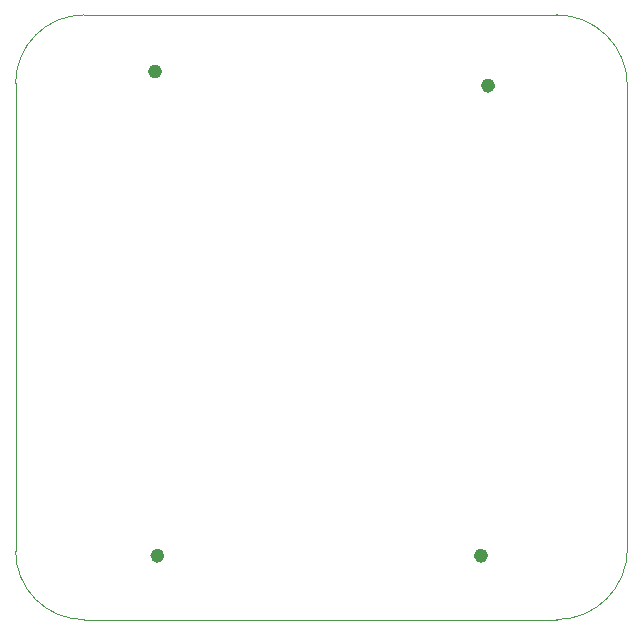
<source format=gbr>
%TF.GenerationSoftware,KiCad,Pcbnew,8.0.5-8.0.5-0~ubuntu24.04.1*%
%TF.CreationDate,2024-09-30T02:40:30+03:30*%
%TF.ProjectId,stm32buckusb,73746d33-3262-4756-936b-7573622e6b69,rev?*%
%TF.SameCoordinates,Original*%
%TF.FileFunction,Profile,NP*%
%FSLAX46Y46*%
G04 Gerber Fmt 4.6, Leading zero omitted, Abs format (unit mm)*
G04 Created by KiCad (PCBNEW 8.0.5-8.0.5-0~ubuntu24.04.1) date 2024-09-30 02:40:30*
%MOMM*%
%LPD*%
G01*
G04 APERTURE LIST*
%TA.AperFunction,Profile*%
%ADD10C,0.601000*%
%TD*%
%TA.AperFunction,Profile*%
%ADD11C,0.050000*%
%TD*%
G04 APERTURE END LIST*
D10*
X92100500Y-118400000D02*
G75*
G02*
X91499500Y-118400000I-300500J0D01*
G01*
X91499500Y-118400000D02*
G75*
G02*
X92100500Y-118400000I300500J0D01*
G01*
X119500500Y-118400000D02*
G75*
G02*
X118899500Y-118400000I-300500J0D01*
G01*
X118899500Y-118400000D02*
G75*
G02*
X119500500Y-118400000I300500J0D01*
G01*
X120100500Y-78600000D02*
G75*
G02*
X119499500Y-78600000I-300500J0D01*
G01*
X119499500Y-78600000D02*
G75*
G02*
X120100500Y-78600000I300500J0D01*
G01*
X91900500Y-77400000D02*
G75*
G02*
X91299500Y-77400000I-300500J0D01*
G01*
X91299500Y-77400000D02*
G75*
G02*
X91900500Y-77400000I300500J0D01*
G01*
D11*
X79800000Y-78400000D02*
X79800000Y-118000000D01*
X131600000Y-117800000D02*
X131600000Y-78600000D01*
X131600000Y-117800000D02*
G75*
G02*
X125600000Y-123800000I-6000000J0D01*
G01*
X125600000Y-72600000D02*
X85600000Y-72600000D01*
X85600000Y-123800000D02*
X125600000Y-123800000D01*
X125600000Y-72600000D02*
G75*
G02*
X131600000Y-78600000I0J-6000000D01*
G01*
X85600000Y-123800000D02*
G75*
G02*
X79800000Y-118000000I0J5800000D01*
G01*
X79800000Y-78400000D02*
G75*
G02*
X85600000Y-72600000I5800000J0D01*
G01*
M02*

</source>
